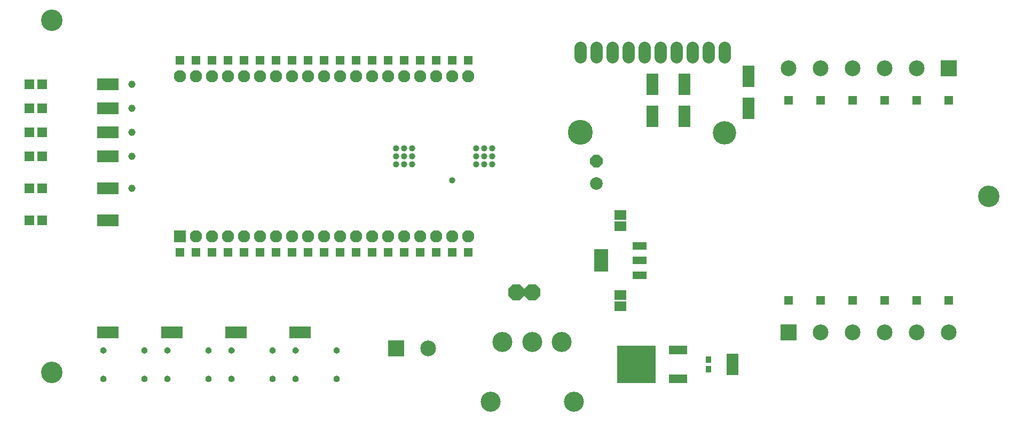
<source format=gbr>
G04 EAGLE Gerber RS-274X export*
G75*
%MOMM*%
%FSLAX34Y34*%
%LPD*%
%INSoldermask Top*%
%IPPOS*%
%AMOC8*
5,1,8,0,0,1.08239X$1,22.5*%
G01*
%ADD10C,3.403200*%
%ADD11C,2.003400*%
%ADD12P,2.168460X8X112.500000*%
%ADD13R,1.503200X1.603200*%
%ADD14P,2.800792X8X202.500000*%
%ADD15R,2.503200X2.503200*%
%ADD16C,2.503200*%
%ADD17R,3.003200X1.463200*%
%ADD18R,6.103200X6.035200*%
%ADD19R,1.903200X1.703200*%
%ADD20R,1.703200X1.903200*%
%ADD21R,1.403200X1.403200*%
%ADD22R,1.933200X1.933200*%
%ADD23C,1.933200*%
%ADD24R,2.263500X1.301100*%
%ADD25R,2.263500X3.592300*%
%ADD26C,1.927200*%
%ADD27C,3.959200*%
%ADD28C,3.705200*%
%ADD29R,0.823200X1.043200*%
%ADD30R,1.853200X1.553200*%
%ADD31C,3.178200*%
%ADD32C,1.009600*%
%ADD33C,1.159600*%

G36*
X463035Y93759D02*
X463035Y93759D01*
X463134Y93759D01*
X464091Y93901D01*
X464139Y93917D01*
X464229Y93937D01*
X465131Y94289D01*
X465174Y94315D01*
X465256Y94355D01*
X466057Y94898D01*
X466093Y94934D01*
X466165Y94991D01*
X466825Y95699D01*
X466852Y95741D01*
X466909Y95813D01*
X467395Y96650D01*
X467412Y96698D01*
X467452Y96781D01*
X467739Y97705D01*
X467745Y97755D01*
X467766Y97845D01*
X467833Y98729D01*
X467834Y98732D01*
X467834Y98740D01*
X467837Y98777D01*
X467841Y98806D01*
X467841Y98858D01*
X467836Y98885D01*
X467733Y99852D01*
X467719Y99900D01*
X467702Y99991D01*
X467383Y100921D01*
X467358Y100965D01*
X467322Y101050D01*
X466803Y101886D01*
X466770Y101923D01*
X466715Y101998D01*
X466024Y102697D01*
X465982Y102726D01*
X465913Y102787D01*
X465083Y103315D01*
X465036Y103334D01*
X464955Y103377D01*
X464028Y103708D01*
X463978Y103716D01*
X463890Y103740D01*
X462937Y103853D01*
X462834Y103873D01*
X462829Y103873D01*
X462826Y103875D01*
X462638Y103881D01*
X461680Y103770D01*
X461632Y103756D01*
X461542Y103738D01*
X460633Y103417D01*
X460589Y103392D01*
X460505Y103355D01*
X459690Y102840D01*
X459653Y102806D01*
X459580Y102751D01*
X458900Y102067D01*
X458871Y102026D01*
X458812Y101956D01*
X458301Y101138D01*
X458283Y101091D01*
X458240Y101010D01*
X457925Y100099D01*
X457917Y100049D01*
X457893Y99960D01*
X457789Y99002D01*
X457791Y98972D01*
X457785Y98933D01*
X457785Y98832D01*
X457790Y98805D01*
X457788Y98768D01*
X457887Y97795D01*
X457900Y97746D01*
X457917Y97656D01*
X458229Y96729D01*
X458254Y96685D01*
X458289Y96600D01*
X458800Y95766D01*
X458834Y95728D01*
X458888Y95654D01*
X459572Y94954D01*
X459613Y94925D01*
X459682Y94865D01*
X460504Y94335D01*
X460551Y94315D01*
X460631Y94271D01*
X461551Y93938D01*
X461600Y93929D01*
X461689Y93904D01*
X462660Y93784D01*
X462670Y93784D01*
X462682Y93781D01*
X462985Y93754D01*
X463035Y93759D01*
G37*
G36*
X361435Y93759D02*
X361435Y93759D01*
X361534Y93759D01*
X362491Y93901D01*
X362539Y93917D01*
X362629Y93937D01*
X363531Y94289D01*
X363574Y94315D01*
X363656Y94355D01*
X364457Y94898D01*
X364493Y94934D01*
X364565Y94991D01*
X365225Y95699D01*
X365252Y95741D01*
X365309Y95813D01*
X365795Y96650D01*
X365812Y96698D01*
X365852Y96781D01*
X366139Y97705D01*
X366145Y97755D01*
X366166Y97845D01*
X366233Y98729D01*
X366234Y98732D01*
X366234Y98740D01*
X366237Y98777D01*
X366241Y98806D01*
X366241Y98858D01*
X366236Y98885D01*
X366133Y99852D01*
X366119Y99900D01*
X366102Y99991D01*
X365783Y100921D01*
X365758Y100965D01*
X365722Y101050D01*
X365203Y101886D01*
X365170Y101923D01*
X365115Y101998D01*
X364424Y102697D01*
X364382Y102726D01*
X364313Y102787D01*
X363483Y103315D01*
X363436Y103334D01*
X363355Y103377D01*
X362428Y103708D01*
X362378Y103716D01*
X362290Y103740D01*
X361337Y103853D01*
X361234Y103873D01*
X361229Y103873D01*
X361226Y103875D01*
X361038Y103881D01*
X360080Y103770D01*
X360032Y103756D01*
X359942Y103738D01*
X359033Y103417D01*
X358989Y103392D01*
X358905Y103355D01*
X358090Y102840D01*
X358053Y102806D01*
X357980Y102751D01*
X357300Y102067D01*
X357271Y102026D01*
X357212Y101956D01*
X356701Y101138D01*
X356683Y101091D01*
X356640Y101010D01*
X356325Y100099D01*
X356317Y100049D01*
X356293Y99960D01*
X356189Y99002D01*
X356191Y98972D01*
X356185Y98933D01*
X356185Y98832D01*
X356190Y98805D01*
X356188Y98768D01*
X356287Y97795D01*
X356300Y97746D01*
X356317Y97656D01*
X356629Y96729D01*
X356654Y96685D01*
X356689Y96600D01*
X357200Y95766D01*
X357234Y95728D01*
X357288Y95654D01*
X357972Y94954D01*
X358013Y94925D01*
X358082Y94865D01*
X358904Y94335D01*
X358951Y94315D01*
X359031Y94271D01*
X359951Y93938D01*
X360000Y93929D01*
X360089Y93904D01*
X361060Y93784D01*
X361070Y93784D01*
X361082Y93781D01*
X361385Y93754D01*
X361435Y93759D01*
G37*
G36*
X158235Y93759D02*
X158235Y93759D01*
X158334Y93759D01*
X159291Y93901D01*
X159339Y93917D01*
X159429Y93937D01*
X160331Y94289D01*
X160374Y94315D01*
X160456Y94355D01*
X161257Y94898D01*
X161293Y94934D01*
X161365Y94991D01*
X162025Y95699D01*
X162052Y95741D01*
X162109Y95813D01*
X162595Y96650D01*
X162612Y96698D01*
X162652Y96781D01*
X162939Y97705D01*
X162945Y97755D01*
X162966Y97845D01*
X163033Y98729D01*
X163034Y98732D01*
X163034Y98740D01*
X163037Y98777D01*
X163041Y98806D01*
X163041Y98858D01*
X163036Y98885D01*
X162933Y99852D01*
X162919Y99900D01*
X162902Y99991D01*
X162583Y100921D01*
X162558Y100965D01*
X162522Y101050D01*
X162003Y101886D01*
X161970Y101923D01*
X161915Y101998D01*
X161224Y102697D01*
X161182Y102726D01*
X161113Y102787D01*
X160283Y103315D01*
X160236Y103334D01*
X160155Y103377D01*
X159228Y103708D01*
X159178Y103716D01*
X159090Y103740D01*
X158137Y103853D01*
X158034Y103873D01*
X158029Y103873D01*
X158026Y103875D01*
X157838Y103881D01*
X156880Y103770D01*
X156832Y103756D01*
X156742Y103738D01*
X155833Y103417D01*
X155789Y103392D01*
X155705Y103355D01*
X154890Y102840D01*
X154853Y102806D01*
X154780Y102751D01*
X154100Y102067D01*
X154071Y102026D01*
X154012Y101956D01*
X153501Y101138D01*
X153483Y101091D01*
X153440Y101010D01*
X153125Y100099D01*
X153117Y100049D01*
X153093Y99960D01*
X152989Y99002D01*
X152991Y98972D01*
X152985Y98933D01*
X152985Y98832D01*
X152990Y98805D01*
X152988Y98768D01*
X153087Y97795D01*
X153100Y97746D01*
X153117Y97656D01*
X153429Y96729D01*
X153454Y96685D01*
X153489Y96600D01*
X154000Y95766D01*
X154034Y95728D01*
X154088Y95654D01*
X154772Y94954D01*
X154813Y94925D01*
X154882Y94865D01*
X155704Y94335D01*
X155751Y94315D01*
X155831Y94271D01*
X156751Y93938D01*
X156800Y93929D01*
X156889Y93904D01*
X157860Y93784D01*
X157870Y93784D01*
X157882Y93781D01*
X158185Y93754D01*
X158235Y93759D01*
G37*
G36*
X259835Y93759D02*
X259835Y93759D01*
X259934Y93759D01*
X260891Y93901D01*
X260939Y93917D01*
X261029Y93937D01*
X261931Y94289D01*
X261974Y94315D01*
X262056Y94355D01*
X262857Y94898D01*
X262893Y94934D01*
X262965Y94991D01*
X263625Y95699D01*
X263652Y95741D01*
X263709Y95813D01*
X264195Y96650D01*
X264212Y96698D01*
X264252Y96781D01*
X264539Y97705D01*
X264545Y97755D01*
X264566Y97845D01*
X264633Y98729D01*
X264634Y98732D01*
X264634Y98740D01*
X264637Y98777D01*
X264641Y98806D01*
X264641Y98858D01*
X264636Y98885D01*
X264533Y99852D01*
X264519Y99900D01*
X264502Y99991D01*
X264183Y100921D01*
X264158Y100965D01*
X264122Y101050D01*
X263603Y101886D01*
X263570Y101923D01*
X263515Y101998D01*
X262824Y102697D01*
X262782Y102726D01*
X262713Y102787D01*
X261883Y103315D01*
X261836Y103334D01*
X261755Y103377D01*
X260828Y103708D01*
X260778Y103716D01*
X260690Y103740D01*
X259737Y103853D01*
X259634Y103873D01*
X259629Y103873D01*
X259626Y103875D01*
X259438Y103881D01*
X258480Y103770D01*
X258432Y103756D01*
X258342Y103738D01*
X257433Y103417D01*
X257389Y103392D01*
X257305Y103355D01*
X256490Y102840D01*
X256453Y102806D01*
X256380Y102751D01*
X255700Y102067D01*
X255671Y102026D01*
X255612Y101956D01*
X255101Y101138D01*
X255083Y101091D01*
X255040Y101010D01*
X254725Y100099D01*
X254717Y100049D01*
X254693Y99960D01*
X254589Y99002D01*
X254591Y98972D01*
X254585Y98933D01*
X254585Y98832D01*
X254590Y98805D01*
X254588Y98768D01*
X254687Y97795D01*
X254700Y97746D01*
X254717Y97656D01*
X255029Y96729D01*
X255054Y96685D01*
X255089Y96600D01*
X255600Y95766D01*
X255634Y95728D01*
X255688Y95654D01*
X256372Y94954D01*
X256413Y94925D01*
X256482Y94865D01*
X257304Y94335D01*
X257351Y94315D01*
X257431Y94271D01*
X258351Y93938D01*
X258400Y93929D01*
X258489Y93904D01*
X259460Y93784D01*
X259470Y93784D01*
X259482Y93781D01*
X259785Y93754D01*
X259835Y93759D01*
G37*
G36*
X426510Y93734D02*
X426510Y93734D01*
X426609Y93734D01*
X427566Y93876D01*
X427614Y93892D01*
X427704Y93912D01*
X428606Y94264D01*
X428649Y94290D01*
X428731Y94330D01*
X429532Y94873D01*
X429568Y94909D01*
X429640Y94966D01*
X430300Y95674D01*
X430327Y95716D01*
X430384Y95788D01*
X430870Y96625D01*
X430887Y96673D01*
X430927Y96756D01*
X431214Y97680D01*
X431220Y97730D01*
X431241Y97820D01*
X431308Y98704D01*
X431309Y98707D01*
X431309Y98715D01*
X431312Y98752D01*
X431316Y98781D01*
X431316Y98833D01*
X431311Y98860D01*
X431208Y99827D01*
X431194Y99875D01*
X431177Y99966D01*
X430858Y100896D01*
X430833Y100940D01*
X430797Y101025D01*
X430278Y101861D01*
X430245Y101898D01*
X430190Y101973D01*
X429499Y102672D01*
X429457Y102701D01*
X429388Y102762D01*
X428558Y103290D01*
X428511Y103309D01*
X428430Y103352D01*
X427503Y103683D01*
X427453Y103691D01*
X427365Y103715D01*
X426412Y103828D01*
X426309Y103848D01*
X426304Y103848D01*
X426301Y103850D01*
X426113Y103856D01*
X425155Y103745D01*
X425107Y103731D01*
X425017Y103713D01*
X424108Y103392D01*
X424064Y103367D01*
X423980Y103330D01*
X423165Y102815D01*
X423128Y102781D01*
X423055Y102726D01*
X422375Y102042D01*
X422346Y102001D01*
X422287Y101931D01*
X421776Y101113D01*
X421758Y101066D01*
X421715Y100985D01*
X421400Y100074D01*
X421392Y100024D01*
X421368Y99935D01*
X421264Y98977D01*
X421266Y98947D01*
X421260Y98908D01*
X421260Y98807D01*
X421265Y98780D01*
X421263Y98743D01*
X421362Y97770D01*
X421375Y97721D01*
X421392Y97631D01*
X421704Y96704D01*
X421729Y96660D01*
X421764Y96575D01*
X422275Y95741D01*
X422309Y95703D01*
X422363Y95629D01*
X423047Y94929D01*
X423088Y94900D01*
X423157Y94840D01*
X423979Y94310D01*
X424026Y94290D01*
X424106Y94246D01*
X425026Y93913D01*
X425075Y93904D01*
X425164Y93879D01*
X426135Y93759D01*
X426145Y93759D01*
X426157Y93756D01*
X426460Y93729D01*
X426510Y93734D01*
G37*
G36*
X223310Y93734D02*
X223310Y93734D01*
X223409Y93734D01*
X224366Y93876D01*
X224414Y93892D01*
X224504Y93912D01*
X225406Y94264D01*
X225449Y94290D01*
X225531Y94330D01*
X226332Y94873D01*
X226368Y94909D01*
X226440Y94966D01*
X227100Y95674D01*
X227127Y95716D01*
X227184Y95788D01*
X227670Y96625D01*
X227687Y96673D01*
X227727Y96756D01*
X228014Y97680D01*
X228020Y97730D01*
X228041Y97820D01*
X228108Y98704D01*
X228109Y98707D01*
X228109Y98715D01*
X228112Y98752D01*
X228116Y98781D01*
X228116Y98833D01*
X228111Y98860D01*
X228008Y99827D01*
X227994Y99875D01*
X227977Y99966D01*
X227658Y100896D01*
X227633Y100940D01*
X227597Y101025D01*
X227078Y101861D01*
X227045Y101898D01*
X226990Y101973D01*
X226299Y102672D01*
X226257Y102701D01*
X226188Y102762D01*
X225358Y103290D01*
X225311Y103309D01*
X225230Y103352D01*
X224303Y103683D01*
X224253Y103691D01*
X224165Y103715D01*
X223212Y103828D01*
X223109Y103848D01*
X223104Y103848D01*
X223101Y103850D01*
X222913Y103856D01*
X221955Y103745D01*
X221907Y103731D01*
X221817Y103713D01*
X220908Y103392D01*
X220864Y103367D01*
X220780Y103330D01*
X219965Y102815D01*
X219928Y102781D01*
X219855Y102726D01*
X219175Y102042D01*
X219146Y102001D01*
X219087Y101931D01*
X218576Y101113D01*
X218558Y101066D01*
X218515Y100985D01*
X218200Y100074D01*
X218192Y100024D01*
X218168Y99935D01*
X218064Y98977D01*
X218066Y98947D01*
X218060Y98908D01*
X218060Y98807D01*
X218065Y98780D01*
X218063Y98743D01*
X218162Y97770D01*
X218175Y97721D01*
X218192Y97631D01*
X218504Y96704D01*
X218529Y96660D01*
X218564Y96575D01*
X219075Y95741D01*
X219109Y95703D01*
X219163Y95629D01*
X219847Y94929D01*
X219888Y94900D01*
X219957Y94840D01*
X220779Y94310D01*
X220826Y94290D01*
X220906Y94246D01*
X221826Y93913D01*
X221875Y93904D01*
X221964Y93879D01*
X222935Y93759D01*
X222945Y93759D01*
X222957Y93756D01*
X223260Y93729D01*
X223310Y93734D01*
G37*
G36*
X324910Y93734D02*
X324910Y93734D01*
X325009Y93734D01*
X325966Y93876D01*
X326014Y93892D01*
X326104Y93912D01*
X327006Y94264D01*
X327049Y94290D01*
X327131Y94330D01*
X327932Y94873D01*
X327968Y94909D01*
X328040Y94966D01*
X328700Y95674D01*
X328727Y95716D01*
X328784Y95788D01*
X329270Y96625D01*
X329287Y96673D01*
X329327Y96756D01*
X329614Y97680D01*
X329620Y97730D01*
X329641Y97820D01*
X329708Y98704D01*
X329709Y98707D01*
X329709Y98715D01*
X329712Y98752D01*
X329716Y98781D01*
X329716Y98833D01*
X329711Y98860D01*
X329608Y99827D01*
X329594Y99875D01*
X329577Y99966D01*
X329258Y100896D01*
X329233Y100940D01*
X329197Y101025D01*
X328678Y101861D01*
X328645Y101898D01*
X328590Y101973D01*
X327899Y102672D01*
X327857Y102701D01*
X327788Y102762D01*
X326958Y103290D01*
X326911Y103309D01*
X326830Y103352D01*
X325903Y103683D01*
X325853Y103691D01*
X325765Y103715D01*
X324812Y103828D01*
X324709Y103848D01*
X324704Y103848D01*
X324701Y103850D01*
X324513Y103856D01*
X323555Y103745D01*
X323507Y103731D01*
X323417Y103713D01*
X322508Y103392D01*
X322464Y103367D01*
X322380Y103330D01*
X321565Y102815D01*
X321528Y102781D01*
X321455Y102726D01*
X320775Y102042D01*
X320746Y102001D01*
X320687Y101931D01*
X320176Y101113D01*
X320158Y101066D01*
X320115Y100985D01*
X319800Y100074D01*
X319792Y100024D01*
X319768Y99935D01*
X319664Y98977D01*
X319666Y98947D01*
X319660Y98908D01*
X319660Y98807D01*
X319665Y98780D01*
X319663Y98743D01*
X319762Y97770D01*
X319775Y97721D01*
X319792Y97631D01*
X320104Y96704D01*
X320129Y96660D01*
X320164Y96575D01*
X320675Y95741D01*
X320709Y95703D01*
X320763Y95629D01*
X321447Y94929D01*
X321488Y94900D01*
X321557Y94840D01*
X322379Y94310D01*
X322426Y94290D01*
X322506Y94246D01*
X323426Y93913D01*
X323475Y93904D01*
X323564Y93879D01*
X324535Y93759D01*
X324545Y93759D01*
X324557Y93756D01*
X324860Y93729D01*
X324910Y93734D01*
G37*
G36*
X528110Y93734D02*
X528110Y93734D01*
X528209Y93734D01*
X529166Y93876D01*
X529214Y93892D01*
X529304Y93912D01*
X530206Y94264D01*
X530249Y94290D01*
X530331Y94330D01*
X531132Y94873D01*
X531168Y94909D01*
X531240Y94966D01*
X531900Y95674D01*
X531927Y95716D01*
X531984Y95788D01*
X532470Y96625D01*
X532487Y96673D01*
X532527Y96756D01*
X532814Y97680D01*
X532820Y97730D01*
X532841Y97820D01*
X532908Y98704D01*
X532909Y98707D01*
X532909Y98715D01*
X532912Y98752D01*
X532916Y98781D01*
X532916Y98833D01*
X532911Y98860D01*
X532808Y99827D01*
X532794Y99875D01*
X532777Y99966D01*
X532458Y100896D01*
X532433Y100940D01*
X532397Y101025D01*
X531878Y101861D01*
X531845Y101898D01*
X531790Y101973D01*
X531099Y102672D01*
X531057Y102701D01*
X530988Y102762D01*
X530158Y103290D01*
X530111Y103309D01*
X530030Y103352D01*
X529103Y103683D01*
X529053Y103691D01*
X528965Y103715D01*
X528012Y103828D01*
X527909Y103848D01*
X527904Y103848D01*
X527901Y103850D01*
X527713Y103856D01*
X526755Y103745D01*
X526707Y103731D01*
X526617Y103713D01*
X525708Y103392D01*
X525664Y103367D01*
X525580Y103330D01*
X524765Y102815D01*
X524728Y102781D01*
X524655Y102726D01*
X523975Y102042D01*
X523946Y102001D01*
X523887Y101931D01*
X523376Y101113D01*
X523358Y101066D01*
X523315Y100985D01*
X523000Y100074D01*
X522992Y100024D01*
X522968Y99935D01*
X522864Y98977D01*
X522866Y98947D01*
X522860Y98908D01*
X522860Y98807D01*
X522865Y98780D01*
X522863Y98743D01*
X522962Y97770D01*
X522975Y97721D01*
X522992Y97631D01*
X523304Y96704D01*
X523329Y96660D01*
X523364Y96575D01*
X523875Y95741D01*
X523909Y95703D01*
X523963Y95629D01*
X524647Y94929D01*
X524688Y94900D01*
X524757Y94840D01*
X525579Y94310D01*
X525626Y94290D01*
X525706Y94246D01*
X526626Y93913D01*
X526675Y93904D01*
X526764Y93879D01*
X527735Y93759D01*
X527745Y93759D01*
X527757Y93756D01*
X528060Y93729D01*
X528110Y93734D01*
G37*
G36*
X528110Y48496D02*
X528110Y48496D01*
X528209Y48496D01*
X529166Y48638D01*
X529214Y48654D01*
X529304Y48674D01*
X530206Y49026D01*
X530249Y49052D01*
X530331Y49092D01*
X531132Y49635D01*
X531168Y49671D01*
X531240Y49728D01*
X531900Y50436D01*
X531927Y50478D01*
X531984Y50550D01*
X532470Y51387D01*
X532487Y51435D01*
X532527Y51518D01*
X532814Y52442D01*
X532820Y52492D01*
X532841Y52582D01*
X532908Y53466D01*
X532909Y53469D01*
X532909Y53477D01*
X532912Y53514D01*
X532916Y53543D01*
X532916Y53595D01*
X532911Y53622D01*
X532808Y54589D01*
X532794Y54637D01*
X532777Y54728D01*
X532458Y55658D01*
X532433Y55702D01*
X532397Y55787D01*
X531878Y56623D01*
X531845Y56660D01*
X531790Y56735D01*
X531099Y57434D01*
X531057Y57463D01*
X530988Y57524D01*
X530158Y58052D01*
X530111Y58071D01*
X530030Y58114D01*
X529103Y58445D01*
X529053Y58453D01*
X528965Y58477D01*
X528012Y58590D01*
X527909Y58610D01*
X527904Y58610D01*
X527901Y58612D01*
X527713Y58618D01*
X526755Y58507D01*
X526707Y58493D01*
X526617Y58475D01*
X525708Y58154D01*
X525664Y58129D01*
X525580Y58092D01*
X524765Y57577D01*
X524728Y57543D01*
X524655Y57488D01*
X523975Y56804D01*
X523946Y56763D01*
X523887Y56693D01*
X523376Y55875D01*
X523358Y55828D01*
X523315Y55747D01*
X523000Y54836D01*
X522992Y54786D01*
X522968Y54697D01*
X522864Y53739D01*
X522866Y53709D01*
X522860Y53670D01*
X522860Y53569D01*
X522865Y53542D01*
X522863Y53505D01*
X522962Y52532D01*
X522975Y52483D01*
X522992Y52393D01*
X523304Y51466D01*
X523329Y51422D01*
X523364Y51337D01*
X523875Y50503D01*
X523909Y50465D01*
X523963Y50391D01*
X524647Y49691D01*
X524688Y49662D01*
X524757Y49602D01*
X525579Y49072D01*
X525626Y49052D01*
X525706Y49008D01*
X526626Y48675D01*
X526675Y48666D01*
X526764Y48641D01*
X527735Y48521D01*
X527745Y48521D01*
X527757Y48518D01*
X528060Y48491D01*
X528110Y48496D01*
G37*
G36*
X426510Y48496D02*
X426510Y48496D01*
X426609Y48496D01*
X427566Y48638D01*
X427614Y48654D01*
X427704Y48674D01*
X428606Y49026D01*
X428649Y49052D01*
X428731Y49092D01*
X429532Y49635D01*
X429568Y49671D01*
X429640Y49728D01*
X430300Y50436D01*
X430327Y50478D01*
X430384Y50550D01*
X430870Y51387D01*
X430887Y51435D01*
X430927Y51518D01*
X431214Y52442D01*
X431220Y52492D01*
X431241Y52582D01*
X431308Y53466D01*
X431309Y53469D01*
X431309Y53477D01*
X431312Y53514D01*
X431316Y53543D01*
X431316Y53595D01*
X431311Y53622D01*
X431208Y54589D01*
X431194Y54637D01*
X431177Y54728D01*
X430858Y55658D01*
X430833Y55702D01*
X430797Y55787D01*
X430278Y56623D01*
X430245Y56660D01*
X430190Y56735D01*
X429499Y57434D01*
X429457Y57463D01*
X429388Y57524D01*
X428558Y58052D01*
X428511Y58071D01*
X428430Y58114D01*
X427503Y58445D01*
X427453Y58453D01*
X427365Y58477D01*
X426412Y58590D01*
X426309Y58610D01*
X426304Y58610D01*
X426301Y58612D01*
X426113Y58618D01*
X425155Y58507D01*
X425107Y58493D01*
X425017Y58475D01*
X424108Y58154D01*
X424064Y58129D01*
X423980Y58092D01*
X423165Y57577D01*
X423128Y57543D01*
X423055Y57488D01*
X422375Y56804D01*
X422346Y56763D01*
X422287Y56693D01*
X421776Y55875D01*
X421758Y55828D01*
X421715Y55747D01*
X421400Y54836D01*
X421392Y54786D01*
X421368Y54697D01*
X421264Y53739D01*
X421266Y53709D01*
X421260Y53670D01*
X421260Y53569D01*
X421265Y53542D01*
X421263Y53505D01*
X421362Y52532D01*
X421375Y52483D01*
X421392Y52393D01*
X421704Y51466D01*
X421729Y51422D01*
X421764Y51337D01*
X422275Y50503D01*
X422309Y50465D01*
X422363Y50391D01*
X423047Y49691D01*
X423088Y49662D01*
X423157Y49602D01*
X423979Y49072D01*
X424026Y49052D01*
X424106Y49008D01*
X425026Y48675D01*
X425075Y48666D01*
X425164Y48641D01*
X426135Y48521D01*
X426145Y48521D01*
X426157Y48518D01*
X426460Y48491D01*
X426510Y48496D01*
G37*
G36*
X324910Y48496D02*
X324910Y48496D01*
X325009Y48496D01*
X325966Y48638D01*
X326014Y48654D01*
X326104Y48674D01*
X327006Y49026D01*
X327049Y49052D01*
X327131Y49092D01*
X327932Y49635D01*
X327968Y49671D01*
X328040Y49728D01*
X328700Y50436D01*
X328727Y50478D01*
X328784Y50550D01*
X329270Y51387D01*
X329287Y51435D01*
X329327Y51518D01*
X329614Y52442D01*
X329620Y52492D01*
X329641Y52582D01*
X329708Y53466D01*
X329709Y53469D01*
X329709Y53477D01*
X329712Y53514D01*
X329716Y53543D01*
X329716Y53595D01*
X329711Y53622D01*
X329608Y54589D01*
X329594Y54637D01*
X329577Y54728D01*
X329258Y55658D01*
X329233Y55702D01*
X329197Y55787D01*
X328678Y56623D01*
X328645Y56660D01*
X328590Y56735D01*
X327899Y57434D01*
X327857Y57463D01*
X327788Y57524D01*
X326958Y58052D01*
X326911Y58071D01*
X326830Y58114D01*
X325903Y58445D01*
X325853Y58453D01*
X325765Y58477D01*
X324812Y58590D01*
X324709Y58610D01*
X324704Y58610D01*
X324701Y58612D01*
X324513Y58618D01*
X323555Y58507D01*
X323507Y58493D01*
X323417Y58475D01*
X322508Y58154D01*
X322464Y58129D01*
X322380Y58092D01*
X321565Y57577D01*
X321528Y57543D01*
X321455Y57488D01*
X320775Y56804D01*
X320746Y56763D01*
X320687Y56693D01*
X320176Y55875D01*
X320158Y55828D01*
X320115Y55747D01*
X319800Y54836D01*
X319792Y54786D01*
X319768Y54697D01*
X319664Y53739D01*
X319666Y53709D01*
X319660Y53670D01*
X319660Y53569D01*
X319665Y53542D01*
X319663Y53505D01*
X319762Y52532D01*
X319775Y52483D01*
X319792Y52393D01*
X320104Y51466D01*
X320129Y51422D01*
X320164Y51337D01*
X320675Y50503D01*
X320709Y50465D01*
X320763Y50391D01*
X321447Y49691D01*
X321488Y49662D01*
X321557Y49602D01*
X322379Y49072D01*
X322426Y49052D01*
X322506Y49008D01*
X323426Y48675D01*
X323475Y48666D01*
X323564Y48641D01*
X324535Y48521D01*
X324545Y48521D01*
X324557Y48518D01*
X324860Y48491D01*
X324910Y48496D01*
G37*
G36*
X223310Y48496D02*
X223310Y48496D01*
X223409Y48496D01*
X224366Y48638D01*
X224414Y48654D01*
X224504Y48674D01*
X225406Y49026D01*
X225449Y49052D01*
X225531Y49092D01*
X226332Y49635D01*
X226368Y49671D01*
X226440Y49728D01*
X227100Y50436D01*
X227127Y50478D01*
X227184Y50550D01*
X227670Y51387D01*
X227687Y51435D01*
X227727Y51518D01*
X228014Y52442D01*
X228020Y52492D01*
X228041Y52582D01*
X228108Y53466D01*
X228109Y53469D01*
X228109Y53477D01*
X228112Y53514D01*
X228116Y53543D01*
X228116Y53595D01*
X228111Y53622D01*
X228008Y54589D01*
X227994Y54637D01*
X227977Y54728D01*
X227658Y55658D01*
X227633Y55702D01*
X227597Y55787D01*
X227078Y56623D01*
X227045Y56660D01*
X226990Y56735D01*
X226299Y57434D01*
X226257Y57463D01*
X226188Y57524D01*
X225358Y58052D01*
X225311Y58071D01*
X225230Y58114D01*
X224303Y58445D01*
X224253Y58453D01*
X224165Y58477D01*
X223212Y58590D01*
X223109Y58610D01*
X223104Y58610D01*
X223101Y58612D01*
X222913Y58618D01*
X221955Y58507D01*
X221907Y58493D01*
X221817Y58475D01*
X220908Y58154D01*
X220864Y58129D01*
X220780Y58092D01*
X219965Y57577D01*
X219928Y57543D01*
X219855Y57488D01*
X219175Y56804D01*
X219146Y56763D01*
X219087Y56693D01*
X218576Y55875D01*
X218558Y55828D01*
X218515Y55747D01*
X218200Y54836D01*
X218192Y54786D01*
X218168Y54697D01*
X218064Y53739D01*
X218066Y53709D01*
X218060Y53670D01*
X218060Y53569D01*
X218065Y53542D01*
X218063Y53505D01*
X218162Y52532D01*
X218175Y52483D01*
X218192Y52393D01*
X218504Y51466D01*
X218529Y51422D01*
X218564Y51337D01*
X219075Y50503D01*
X219109Y50465D01*
X219163Y50391D01*
X219847Y49691D01*
X219888Y49662D01*
X219957Y49602D01*
X220779Y49072D01*
X220826Y49052D01*
X220906Y49008D01*
X221826Y48675D01*
X221875Y48666D01*
X221964Y48641D01*
X222935Y48521D01*
X222945Y48521D01*
X222957Y48518D01*
X223260Y48491D01*
X223310Y48496D01*
G37*
G36*
X361486Y48471D02*
X361486Y48471D01*
X361585Y48471D01*
X362542Y48613D01*
X362590Y48629D01*
X362680Y48649D01*
X363582Y49001D01*
X363625Y49027D01*
X363707Y49067D01*
X364508Y49610D01*
X364544Y49646D01*
X364616Y49703D01*
X365276Y50411D01*
X365303Y50453D01*
X365360Y50525D01*
X365846Y51362D01*
X365863Y51410D01*
X365903Y51493D01*
X366190Y52417D01*
X366196Y52467D01*
X366217Y52557D01*
X366284Y53441D01*
X366285Y53444D01*
X366285Y53452D01*
X366288Y53489D01*
X366292Y53518D01*
X366292Y53570D01*
X366287Y53597D01*
X366184Y54564D01*
X366170Y54612D01*
X366153Y54703D01*
X365834Y55633D01*
X365809Y55677D01*
X365773Y55762D01*
X365254Y56598D01*
X365221Y56635D01*
X365166Y56710D01*
X364475Y57409D01*
X364433Y57438D01*
X364364Y57499D01*
X363534Y58027D01*
X363487Y58046D01*
X363406Y58089D01*
X362479Y58420D01*
X362429Y58428D01*
X362341Y58452D01*
X361388Y58565D01*
X361285Y58585D01*
X361280Y58585D01*
X361277Y58587D01*
X361089Y58593D01*
X360131Y58482D01*
X360083Y58468D01*
X359993Y58450D01*
X359084Y58129D01*
X359040Y58104D01*
X358956Y58067D01*
X358141Y57552D01*
X358104Y57518D01*
X358031Y57463D01*
X357351Y56779D01*
X357322Y56738D01*
X357263Y56668D01*
X356752Y55850D01*
X356734Y55803D01*
X356691Y55722D01*
X356376Y54811D01*
X356368Y54761D01*
X356344Y54672D01*
X356240Y53714D01*
X356242Y53684D01*
X356236Y53645D01*
X356236Y53544D01*
X356241Y53517D01*
X356239Y53480D01*
X356338Y52507D01*
X356351Y52458D01*
X356368Y52368D01*
X356680Y51441D01*
X356705Y51397D01*
X356740Y51312D01*
X357251Y50478D01*
X357285Y50440D01*
X357339Y50366D01*
X358023Y49666D01*
X358064Y49637D01*
X358133Y49577D01*
X358955Y49047D01*
X359002Y49027D01*
X359082Y48983D01*
X360002Y48650D01*
X360051Y48641D01*
X360140Y48616D01*
X361111Y48496D01*
X361121Y48496D01*
X361133Y48493D01*
X361436Y48466D01*
X361486Y48471D01*
G37*
G36*
X158286Y48471D02*
X158286Y48471D01*
X158385Y48471D01*
X159342Y48613D01*
X159390Y48629D01*
X159480Y48649D01*
X160382Y49001D01*
X160425Y49027D01*
X160507Y49067D01*
X161308Y49610D01*
X161344Y49646D01*
X161416Y49703D01*
X162076Y50411D01*
X162103Y50453D01*
X162160Y50525D01*
X162646Y51362D01*
X162663Y51410D01*
X162703Y51493D01*
X162990Y52417D01*
X162996Y52467D01*
X163017Y52557D01*
X163084Y53441D01*
X163085Y53444D01*
X163085Y53452D01*
X163088Y53489D01*
X163092Y53518D01*
X163092Y53570D01*
X163087Y53597D01*
X162984Y54564D01*
X162970Y54612D01*
X162953Y54703D01*
X162634Y55633D01*
X162609Y55677D01*
X162573Y55762D01*
X162054Y56598D01*
X162021Y56635D01*
X161966Y56710D01*
X161275Y57409D01*
X161233Y57438D01*
X161164Y57499D01*
X160334Y58027D01*
X160287Y58046D01*
X160206Y58089D01*
X159279Y58420D01*
X159229Y58428D01*
X159141Y58452D01*
X158188Y58565D01*
X158085Y58585D01*
X158080Y58585D01*
X158077Y58587D01*
X157889Y58593D01*
X156931Y58482D01*
X156883Y58468D01*
X156793Y58450D01*
X155884Y58129D01*
X155840Y58104D01*
X155756Y58067D01*
X154941Y57552D01*
X154904Y57518D01*
X154831Y57463D01*
X154151Y56779D01*
X154122Y56738D01*
X154063Y56668D01*
X153552Y55850D01*
X153534Y55803D01*
X153491Y55722D01*
X153176Y54811D01*
X153168Y54761D01*
X153144Y54672D01*
X153040Y53714D01*
X153042Y53684D01*
X153036Y53645D01*
X153036Y53544D01*
X153041Y53517D01*
X153039Y53480D01*
X153138Y52507D01*
X153151Y52458D01*
X153168Y52368D01*
X153480Y51441D01*
X153505Y51397D01*
X153540Y51312D01*
X154051Y50478D01*
X154085Y50440D01*
X154139Y50366D01*
X154823Y49666D01*
X154864Y49637D01*
X154933Y49577D01*
X155755Y49047D01*
X155802Y49027D01*
X155882Y48983D01*
X156802Y48650D01*
X156851Y48641D01*
X156940Y48616D01*
X157911Y48496D01*
X157921Y48496D01*
X157933Y48493D01*
X158236Y48466D01*
X158286Y48471D01*
G37*
G36*
X259886Y48471D02*
X259886Y48471D01*
X259985Y48471D01*
X260942Y48613D01*
X260990Y48629D01*
X261080Y48649D01*
X261982Y49001D01*
X262025Y49027D01*
X262107Y49067D01*
X262908Y49610D01*
X262944Y49646D01*
X263016Y49703D01*
X263676Y50411D01*
X263703Y50453D01*
X263760Y50525D01*
X264246Y51362D01*
X264263Y51410D01*
X264303Y51493D01*
X264590Y52417D01*
X264596Y52467D01*
X264617Y52557D01*
X264684Y53441D01*
X264685Y53444D01*
X264685Y53452D01*
X264688Y53489D01*
X264692Y53518D01*
X264692Y53570D01*
X264687Y53597D01*
X264584Y54564D01*
X264570Y54612D01*
X264553Y54703D01*
X264234Y55633D01*
X264209Y55677D01*
X264173Y55762D01*
X263654Y56598D01*
X263621Y56635D01*
X263566Y56710D01*
X262875Y57409D01*
X262833Y57438D01*
X262764Y57499D01*
X261934Y58027D01*
X261887Y58046D01*
X261806Y58089D01*
X260879Y58420D01*
X260829Y58428D01*
X260741Y58452D01*
X259788Y58565D01*
X259685Y58585D01*
X259680Y58585D01*
X259677Y58587D01*
X259489Y58593D01*
X258531Y58482D01*
X258483Y58468D01*
X258393Y58450D01*
X257484Y58129D01*
X257440Y58104D01*
X257356Y58067D01*
X256541Y57552D01*
X256504Y57518D01*
X256431Y57463D01*
X255751Y56779D01*
X255722Y56738D01*
X255663Y56668D01*
X255152Y55850D01*
X255134Y55803D01*
X255091Y55722D01*
X254776Y54811D01*
X254768Y54761D01*
X254744Y54672D01*
X254640Y53714D01*
X254642Y53684D01*
X254636Y53645D01*
X254636Y53544D01*
X254641Y53517D01*
X254639Y53480D01*
X254738Y52507D01*
X254751Y52458D01*
X254768Y52368D01*
X255080Y51441D01*
X255105Y51397D01*
X255140Y51312D01*
X255651Y50478D01*
X255685Y50440D01*
X255739Y50366D01*
X256423Y49666D01*
X256464Y49637D01*
X256533Y49577D01*
X257355Y49047D01*
X257402Y49027D01*
X257482Y48983D01*
X258402Y48650D01*
X258451Y48641D01*
X258540Y48616D01*
X259511Y48496D01*
X259521Y48496D01*
X259533Y48493D01*
X259836Y48466D01*
X259886Y48471D01*
G37*
G36*
X463086Y48471D02*
X463086Y48471D01*
X463185Y48471D01*
X464142Y48613D01*
X464190Y48629D01*
X464280Y48649D01*
X465182Y49001D01*
X465225Y49027D01*
X465307Y49067D01*
X466108Y49610D01*
X466144Y49646D01*
X466216Y49703D01*
X466876Y50411D01*
X466903Y50453D01*
X466960Y50525D01*
X467446Y51362D01*
X467463Y51410D01*
X467503Y51493D01*
X467790Y52417D01*
X467796Y52467D01*
X467817Y52557D01*
X467884Y53441D01*
X467885Y53444D01*
X467885Y53452D01*
X467888Y53489D01*
X467892Y53518D01*
X467892Y53570D01*
X467887Y53597D01*
X467784Y54564D01*
X467770Y54612D01*
X467753Y54703D01*
X467434Y55633D01*
X467409Y55677D01*
X467373Y55762D01*
X466854Y56598D01*
X466821Y56635D01*
X466766Y56710D01*
X466075Y57409D01*
X466033Y57438D01*
X465964Y57499D01*
X465134Y58027D01*
X465087Y58046D01*
X465006Y58089D01*
X464079Y58420D01*
X464029Y58428D01*
X463941Y58452D01*
X462988Y58565D01*
X462885Y58585D01*
X462880Y58585D01*
X462877Y58587D01*
X462689Y58593D01*
X461731Y58482D01*
X461683Y58468D01*
X461593Y58450D01*
X460684Y58129D01*
X460640Y58104D01*
X460556Y58067D01*
X459741Y57552D01*
X459704Y57518D01*
X459631Y57463D01*
X458951Y56779D01*
X458922Y56738D01*
X458863Y56668D01*
X458352Y55850D01*
X458334Y55803D01*
X458291Y55722D01*
X457976Y54811D01*
X457968Y54761D01*
X457944Y54672D01*
X457840Y53714D01*
X457842Y53684D01*
X457836Y53645D01*
X457836Y53544D01*
X457841Y53517D01*
X457839Y53480D01*
X457938Y52507D01*
X457951Y52458D01*
X457968Y52368D01*
X458280Y51441D01*
X458305Y51397D01*
X458340Y51312D01*
X458851Y50478D01*
X458885Y50440D01*
X458939Y50366D01*
X459623Y49666D01*
X459664Y49637D01*
X459733Y49577D01*
X460555Y49047D01*
X460602Y49027D01*
X460682Y48983D01*
X461602Y48650D01*
X461651Y48641D01*
X461740Y48616D01*
X462711Y48496D01*
X462721Y48496D01*
X462733Y48493D01*
X463036Y48466D01*
X463086Y48471D01*
G37*
D10*
X76200Y622300D03*
X76200Y63500D03*
X1562100Y342900D03*
D11*
X939800Y363220D03*
D12*
X939800Y398780D03*
D13*
X40300Y304800D03*
X61300Y304800D03*
X40300Y482600D03*
X61300Y482600D03*
X40300Y444500D03*
X61300Y444500D03*
X40300Y406400D03*
X61300Y406400D03*
X40300Y355600D03*
X61300Y355600D03*
D14*
X838200Y190500D03*
D15*
X622300Y101600D03*
D16*
X673100Y101600D03*
D15*
X1244600Y127000D03*
D16*
X1295400Y127000D03*
X1346200Y127000D03*
X1397000Y127000D03*
X1447800Y127000D03*
X1498600Y127000D03*
D15*
X1498600Y546100D03*
D16*
X1447800Y546100D03*
X1397000Y546100D03*
X1346200Y546100D03*
X1295400Y546100D03*
X1244600Y546100D03*
D17*
X1069200Y53340D03*
D18*
X1003700Y76200D03*
D17*
X1069200Y99060D03*
D19*
X1181100Y491100D03*
X1181100Y474100D03*
D20*
X156600Y406400D03*
X173600Y406400D03*
X156600Y355600D03*
X173600Y355600D03*
X478400Y127000D03*
X461400Y127000D03*
X376800Y127000D03*
X359800Y127000D03*
X275200Y127000D03*
X258200Y127000D03*
X173600Y127000D03*
X156600Y127000D03*
D19*
X1155700Y84700D03*
X1155700Y67700D03*
X1181100Y541900D03*
X1181100Y524900D03*
X1028700Y478400D03*
X1028700Y461400D03*
X1028700Y529200D03*
X1028700Y512200D03*
X1079500Y478400D03*
X1079500Y461400D03*
X1079500Y529200D03*
X1079500Y512200D03*
D20*
X156600Y304800D03*
X173600Y304800D03*
X156600Y482600D03*
X173600Y482600D03*
X156600Y444500D03*
X173600Y444500D03*
D21*
X1244600Y495300D03*
X1346200Y495300D03*
X1295400Y495300D03*
X1447800Y495300D03*
X279400Y254000D03*
X304800Y254000D03*
X330200Y254000D03*
X355600Y254000D03*
X381000Y254000D03*
X406400Y254000D03*
X431800Y254000D03*
X1244600Y177800D03*
X457200Y254000D03*
X482600Y254000D03*
X508000Y254000D03*
X533400Y254000D03*
X558800Y254000D03*
X584200Y254000D03*
X1397000Y495300D03*
X635000Y254000D03*
X660400Y254000D03*
X685800Y254000D03*
X1346200Y177800D03*
X711200Y254000D03*
X1498600Y495300D03*
X279400Y558800D03*
X304800Y558800D03*
X330200Y558800D03*
X355600Y558800D03*
X381000Y558800D03*
X406400Y558800D03*
X431800Y558800D03*
X457200Y558800D03*
X1397000Y177800D03*
X482600Y558800D03*
X508000Y558800D03*
X533400Y558800D03*
X558800Y558800D03*
X584200Y558800D03*
X609600Y558800D03*
X635000Y558800D03*
X660400Y558800D03*
X685800Y558800D03*
X711200Y558800D03*
X1447800Y177800D03*
X736600Y558800D03*
X1498600Y177800D03*
X1295400Y177800D03*
X736600Y254000D03*
X609600Y254000D03*
D22*
X279500Y279400D03*
D23*
X304900Y279400D03*
X330300Y279400D03*
X355700Y279400D03*
X381100Y279400D03*
X406500Y279400D03*
X431900Y279400D03*
X457300Y279400D03*
X482700Y279400D03*
X508100Y279400D03*
X533500Y279400D03*
X558900Y279400D03*
X584300Y279400D03*
X609700Y279400D03*
X635100Y279400D03*
X660500Y279400D03*
X685900Y279400D03*
X711300Y279400D03*
X736700Y279400D03*
X736700Y533400D03*
X711300Y533400D03*
X685900Y533400D03*
X660500Y533400D03*
X635100Y533400D03*
X609700Y533400D03*
X584300Y533400D03*
X558900Y533400D03*
X533500Y533400D03*
X508100Y533400D03*
X482700Y533400D03*
X457300Y533400D03*
X431900Y533400D03*
X406500Y533400D03*
X381100Y533400D03*
X355700Y533400D03*
X330300Y533400D03*
X304900Y533400D03*
X279500Y533400D03*
D24*
X1008650Y218300D03*
X1008650Y241300D03*
X1008650Y264300D03*
D25*
X947150Y241300D03*
D14*
X812800Y190500D03*
D26*
X914400Y563880D02*
X914400Y579120D01*
X939800Y579120D02*
X939800Y563880D01*
X965200Y563880D02*
X965200Y579120D01*
X990600Y579120D02*
X990600Y563880D01*
X1016000Y563880D02*
X1016000Y579120D01*
X1041400Y579120D02*
X1041400Y563880D01*
X1066800Y563880D02*
X1066800Y579120D01*
X1092200Y579120D02*
X1092200Y563880D01*
X1117600Y563880D02*
X1117600Y579120D01*
X1143000Y579120D02*
X1143000Y563880D01*
D27*
X914400Y444500D03*
D28*
X1142873Y444246D03*
D13*
X40300Y520700D03*
X61300Y520700D03*
D20*
X156600Y520700D03*
X173600Y520700D03*
D29*
X1117600Y83700D03*
X1117600Y68700D03*
D30*
X977900Y168800D03*
X977900Y186800D03*
X977900Y313800D03*
X977900Y295800D03*
D31*
X885200Y112200D03*
X838200Y112200D03*
X791200Y112200D03*
X904250Y16900D03*
X772150Y16900D03*
D32*
X622300Y419100D03*
X622300Y406400D03*
X635000Y419100D03*
X647700Y419100D03*
X635000Y406400D03*
X647700Y406400D03*
X622300Y393700D03*
X635000Y393700D03*
X647700Y393700D03*
X749300Y419100D03*
X762000Y419100D03*
X774700Y419100D03*
X749300Y406400D03*
X749300Y406400D03*
X762000Y406400D03*
X762000Y406400D03*
X774700Y406400D03*
X749300Y393700D03*
X762000Y393700D03*
X762000Y393700D03*
X774700Y393700D03*
X774700Y393700D03*
X711200Y368300D03*
D33*
X203200Y355600D03*
X203200Y406400D03*
X203200Y444500D03*
X203200Y482600D03*
X203200Y520700D03*
M02*

</source>
